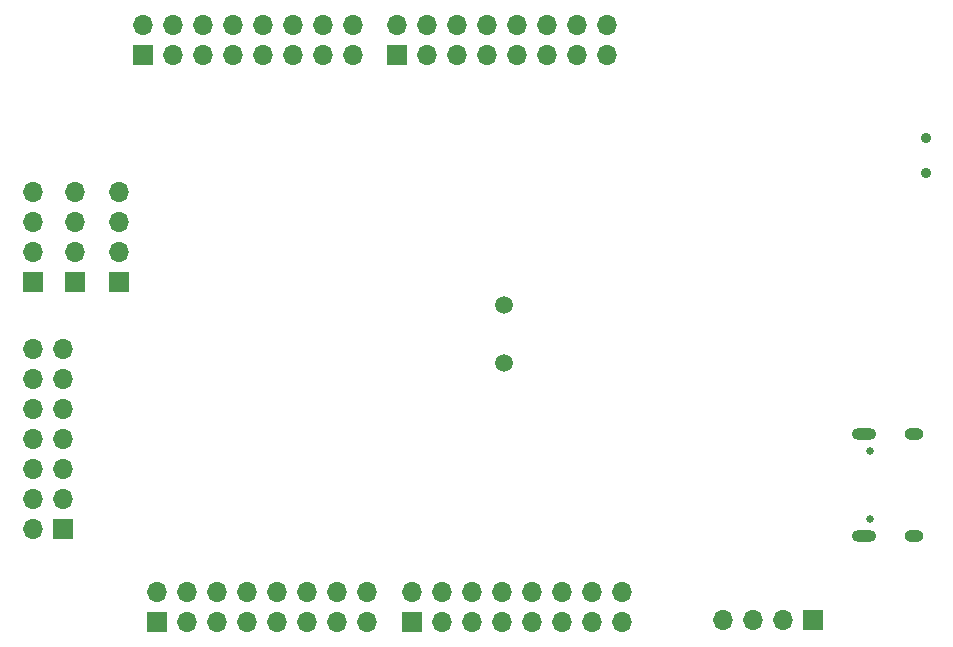
<source format=gbr>
%TF.GenerationSoftware,KiCad,Pcbnew,(6.0.4)*%
%TF.CreationDate,2022-05-14T14:59:48+08:00*%
%TF.ProjectId,51,35312e6b-6963-4616-945f-706362585858,rev?*%
%TF.SameCoordinates,Original*%
%TF.FileFunction,Soldermask,Bot*%
%TF.FilePolarity,Negative*%
%FSLAX46Y46*%
G04 Gerber Fmt 4.6, Leading zero omitted, Abs format (unit mm)*
G04 Created by KiCad (PCBNEW (6.0.4)) date 2022-05-14 14:59:48*
%MOMM*%
%LPD*%
G01*
G04 APERTURE LIST*
%ADD10C,0.650000*%
%ADD11O,1.600000X1.000000*%
%ADD12O,2.100000X1.000000*%
%ADD13R,1.700000X1.700000*%
%ADD14O,1.700000X1.700000*%
%ADD15C,1.500000*%
%ADD16C,0.900000*%
G04 APERTURE END LIST*
D10*
%TO.C,USBC1*%
X163630000Y-108790000D03*
X163630000Y-103010000D03*
D11*
X167310000Y-101580000D03*
D12*
X163130000Y-110220000D03*
X163130000Y-101580000D03*
D11*
X167310000Y-110220000D03*
%TD*%
D13*
%TO.C,J5*%
X103275000Y-117475000D03*
D14*
X103275000Y-114935000D03*
X105815000Y-117475000D03*
X105815000Y-114935000D03*
X108355000Y-117475000D03*
X108355000Y-114935000D03*
X110895000Y-117475000D03*
X110895000Y-114935000D03*
X113435000Y-117475000D03*
X113435000Y-114935000D03*
X115975000Y-117475000D03*
X115975000Y-114935000D03*
X118515000Y-117475000D03*
X118515000Y-114935000D03*
X121055000Y-117475000D03*
X121055000Y-114935000D03*
%TD*%
D13*
%TO.C,J7*%
X124825000Y-117475000D03*
D14*
X124825000Y-114935000D03*
X127365000Y-117475000D03*
X127365000Y-114935000D03*
X129905000Y-117475000D03*
X129905000Y-114935000D03*
X132445000Y-117475000D03*
X132445000Y-114935000D03*
X134985000Y-117475000D03*
X134985000Y-114935000D03*
X137525000Y-117475000D03*
X137525000Y-114935000D03*
X140065000Y-117475000D03*
X140065000Y-114935000D03*
X142605000Y-117475000D03*
X142605000Y-114935000D03*
%TD*%
D13*
%TO.C,J1*%
X158800000Y-117350000D03*
D14*
X156260000Y-117350000D03*
X153720000Y-117350000D03*
X151180000Y-117350000D03*
%TD*%
D15*
%TO.C,Y1*%
X132650000Y-90650000D03*
X132650000Y-95550000D03*
%TD*%
D13*
%TO.C,J6*%
X123550000Y-69500000D03*
D14*
X123550000Y-66960000D03*
X126090000Y-69500000D03*
X126090000Y-66960000D03*
X128630000Y-69500000D03*
X128630000Y-66960000D03*
X131170000Y-69500000D03*
X131170000Y-66960000D03*
X133710000Y-69500000D03*
X133710000Y-66960000D03*
X136250000Y-69500000D03*
X136250000Y-66960000D03*
X138790000Y-69500000D03*
X138790000Y-66960000D03*
X141330000Y-69500000D03*
X141330000Y-66960000D03*
%TD*%
D13*
%TO.C,J4*%
X102075000Y-69525000D03*
D14*
X102075000Y-66985000D03*
X104615000Y-69525000D03*
X104615000Y-66985000D03*
X107155000Y-69525000D03*
X107155000Y-66985000D03*
X109695000Y-69525000D03*
X109695000Y-66985000D03*
X112235000Y-69525000D03*
X112235000Y-66985000D03*
X114775000Y-69525000D03*
X114775000Y-66985000D03*
X117315000Y-69525000D03*
X117315000Y-66985000D03*
X119855000Y-69525000D03*
X119855000Y-66985000D03*
%TD*%
D13*
%TO.C,J2*%
X92750000Y-88740000D03*
D14*
X92750000Y-86200000D03*
X92750000Y-83660000D03*
X92750000Y-81120000D03*
%TD*%
D16*
%TO.C,S1*%
X168330000Y-76500000D03*
X168330000Y-79500000D03*
%TD*%
D13*
%TO.C,J9*%
X100050000Y-88700000D03*
D14*
X100050000Y-86160000D03*
X100050000Y-83620000D03*
X100050000Y-81080000D03*
%TD*%
D13*
%TO.C,J3*%
X95275000Y-109625000D03*
D14*
X92735000Y-109625000D03*
X95275000Y-107085000D03*
X92735000Y-107085000D03*
X95275000Y-104545000D03*
X92735000Y-104545000D03*
X95275000Y-102005000D03*
X92735000Y-102005000D03*
X95275000Y-99465000D03*
X92735000Y-99465000D03*
X95275000Y-96925000D03*
X92735000Y-96925000D03*
X95275000Y-94385000D03*
X92735000Y-94385000D03*
%TD*%
D13*
%TO.C,J8*%
X96350000Y-88700000D03*
D14*
X96350000Y-86160000D03*
X96350000Y-83620000D03*
X96350000Y-81080000D03*
%TD*%
M02*

</source>
